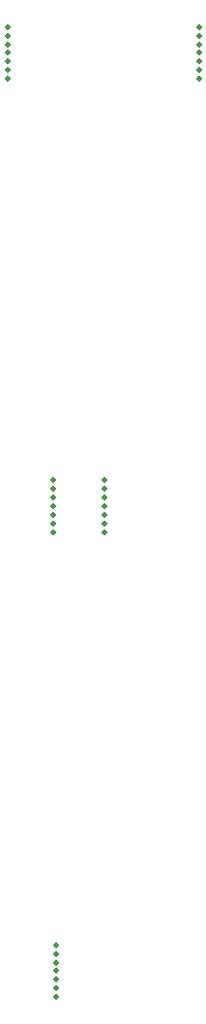
<source format=gbr>
%TF.GenerationSoftware,KiCad,Pcbnew,(6.0.9)*%
%TF.CreationDate,2023-01-07T08:52:43+09:00*%
%TF.ProjectId,Skeleton68rev2_SwitchPlate,536b656c-6574-46f6-9e36-38726576325f,rev?*%
%TF.SameCoordinates,Original*%
%TF.FileFunction,Soldermask,Bot*%
%TF.FilePolarity,Negative*%
%FSLAX46Y46*%
G04 Gerber Fmt 4.6, Leading zero omitted, Abs format (unit mm)*
G04 Created by KiCad (PCBNEW (6.0.9)) date 2023-01-07 08:52:43*
%MOMM*%
%LPD*%
G01*
G04 APERTURE LIST*
%ADD10C,0.500000*%
G04 APERTURE END LIST*
D10*
%TO.C,REF\u002A\u002A*%
X300000000Y-89500000D03*
X300000000Y-91750000D03*
X300000000Y-88750000D03*
X300000000Y-92500000D03*
X300000000Y-90250000D03*
X300000000Y-91000000D03*
X300000000Y-93250000D03*
%TD*%
%TO.C,REF\u002A\u002A*%
X299800000Y-51250000D03*
X299800000Y-48250000D03*
X299800000Y-50500000D03*
X299800000Y-49750000D03*
X299800000Y-49000000D03*
X299800000Y-52750000D03*
X299800000Y-52000000D03*
%TD*%
%TO.C,REF\u002A\u002A*%
X304290000Y-52750000D03*
X304290000Y-51250000D03*
X304290000Y-48250000D03*
X304290000Y-49750000D03*
X304290000Y-50500000D03*
X304290000Y-49000000D03*
X304290000Y-52000000D03*
%TD*%
%TO.C,REF\u002A\u002A*%
X312520000Y-13250000D03*
X312520000Y-11750000D03*
X312520000Y-11000000D03*
X312520000Y-12500000D03*
X312520000Y-8750000D03*
X312520000Y-9500000D03*
X312520000Y-10250000D03*
%TD*%
%TO.C,REF\u002A\u002A*%
X295800000Y-13250000D03*
X295800000Y-9500000D03*
X295800000Y-11750000D03*
X295800000Y-11000000D03*
X295800000Y-8750000D03*
X295800000Y-12500000D03*
X295800000Y-10250000D03*
%TD*%
M02*

</source>
